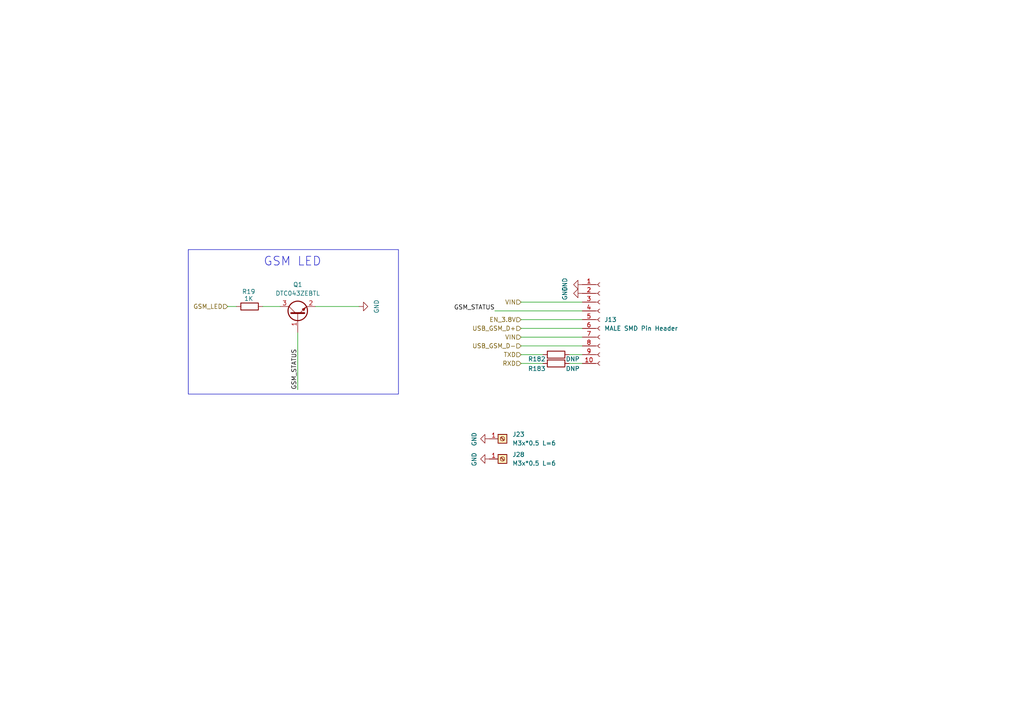
<source format=kicad_sch>
(kicad_sch (version 20231120) (generator "eeschema") (generator_version "8.0")
  (paper "A4")
  (title_block (company "SmartEQ Information Technologies"))
  (lib_symbols
    (symbol "Connector:Conn_01x10_Socket" (pin_names (offset 1.016) hide)
      (property "Reference" "J" (at 0 12.7 0))
      (property "Value" "Conn_01x10_Socket" (at 0 -15.24 0))
      (symbol "Conn_01x10_Socket_1_1"
        (arc (start 0 -12.192) (mid -0.5058 -12.7) (end 0 -13.208) (stroke (width 0.1524)))
        (arc (start 0 -9.652) (mid -0.5058 -10.16) (end 0 -10.668) (stroke (width 0.1524)))
        (arc (start 0 -7.112) (mid -0.5058 -7.62) (end 0 -8.128) (stroke (width 0.1524)))
        (arc (start 0 -4.572) (mid -0.5058 -5.08) (end 0 -5.588) (stroke (width 0.1524)))
        (arc (start 0 -2.032) (mid -0.5058 -2.54) (end 0 -3.048) (stroke (width 0.1524)))
        (polyline (pts (xy -1.27 -12.7) (xy -0.508 -12.7)) (stroke (width 0.1524)))
        (polyline (pts (xy -1.27 -10.16) (xy -0.508 -10.16)) (stroke (width 0.1524)))
        (polyline (pts (xy -1.27 -7.62) (xy -0.508 -7.62)) (stroke (width 0.1524)))
        (polyline (pts (xy -1.27 -5.08) (xy -0.508 -5.08)) (stroke (width 0.1524)))
        (polyline (pts (xy -1.27 -2.54) (xy -0.508 -2.54)) (stroke (width 0.1524)))
        (polyline (pts (xy -1.27 0) (xy -0.508 0)) (stroke (width 0.1524)))
        (polyline (pts (xy -1.27 2.54) (xy -0.508 2.54)) (stroke (width 0.1524)))
        (polyline (pts (xy -1.27 5.08) (xy -0.508 5.08)) (stroke (width 0.1524)))
        (polyline (pts (xy -1.27 7.62) (xy -0.508 7.62)) (stroke (width 0.1524)))
        (polyline (pts (xy -1.27 10.16) (xy -0.508 10.16)) (stroke (width 0.1524)))
        (arc (start 0 0.508) (mid -0.5058 0) (end 0 -0.508) (stroke (width 0.1524)))
        (arc (start 0 3.048) (mid -0.5058 2.54) (end 0 2.032) (stroke (width 0.1524)))
        (arc (start 0 5.588) (mid -0.5058 5.08) (end 0 4.572) (stroke (width 0.1524)))
        (arc (start 0 8.128) (mid -0.5058 7.62) (end 0 7.112) (stroke (width 0.1524)))
        (arc (start 0 10.668) (mid -0.5058 10.16) (end 0 9.652) (stroke (width 0.1524)))
        (pin passive line (at -5.08 10.16 0) (length 3.81) (name "Pin_1") (number "1"))
        (pin passive line (at -5.08 -12.7 0) (length 3.81) (name "Pin_10") (number "10"))
        (pin passive line (at -5.08 7.62 0) (length 3.81) (name "Pin_2") (number "2"))
        (pin passive line (at -5.08 5.08 0) (length 3.81) (name "Pin_3") (number "3"))
        (pin passive line (at -5.08 2.54 0) (length 3.81) (name "Pin_4") (number "4"))
        (pin passive line (at -5.08 0 0) (length 3.81) (name "Pin_5") (number "5"))
        (pin passive line (at -5.08 -2.54 0) (length 3.81) (name "Pin_6") (number "6"))
        (pin passive line (at -5.08 -5.08 0) (length 3.81) (name "Pin_7") (number "7"))
        (pin passive line (at -5.08 -7.62 0) (length 3.81) (name "Pin_8") (number "8"))
        (pin passive line (at -5.08 -10.16 0) (length 3.81) (name "Pin_9") (number "9"))
      )
    )
    (symbol "Connector:Screw_Terminal_01x01" (pin_names (offset 1.016) hide)
      (property "Reference" "J28" (at 2.8515 1.2701 0))
      (property "Value" "M3x*0.5 L=8" (at 2.8515 -1.2699 0))
      (symbol "Screw_Terminal_01x01_1_1"
        (rectangle (start -1.27 1.27) (end 1.27 -1.27) (stroke (width 0.254)) (fill (type background)))
        (polyline (pts (xy -0.5334 0.3302) (xy 0.3302 -0.508)) (stroke (width 0.1524)))
        (polyline (pts (xy -0.3556 0.508) (xy 0.508 -0.3302)) (stroke (width 0.1524)))
        (circle (center 0 0) (radius 0.635) (stroke (width 0.1524)))
        (pin input line (at -3.81 0 0) (length 2.54) (name "1") (number "1"))
      )
    )
    (symbol "Device:R" (pin_numbers hide) (pin_names (offset 0))
      (property "Reference" "R" (at 2.032 0 90))
      (property "Value" "R" (at 0 0 90))
      (symbol "R_0_1"
        (rectangle (start -1.016 -2.54) (end 1.016 2.54) (stroke (width 0.254)))
      )
      (symbol "R_1_1"
        (pin passive line (at 0 3.81 270) (length 1.27) (name "~") (number "1"))
        (pin passive line (at 0 -3.81 90) (length 1.27) (name "~") (number "2"))
      )
    )
    (symbol "Screw_Terminal_01x01_1" (pin_names (offset 1.016) hide)
      (property "Reference" "J23" (at 2.8515 1.2701 0))
      (property "Value" "M3x*0.5 L=8" (at 2.8515 -1.2699 0))
      (symbol "Screw_Terminal_01x01_1_1_1"
        (rectangle (start -1.27 1.27) (end 1.27 -1.27) (stroke (width 0.254)) (fill (type background)))
        (polyline (pts (xy -0.5334 0.3302) (xy 0.3302 -0.508)) (stroke (width 0.1524)))
        (polyline (pts (xy -0.3556 0.508) (xy 0.508 -0.3302)) (stroke (width 0.1524)))
        (circle (center 0 0) (radius 0.635) (stroke (width 0.1524)))
        (pin input line (at -3.81 0 0) (length 2.54) (name "1") (number "1"))
      )
    )
    (symbol "Transistor_BJT:2SC1945" (pin_names (offset 0) hide)
      (property "Reference" "Q" (at 5.08 1.905 0))
      (property "Value" "2SC1945" (at 5.08 0 0))
      (symbol "2SC1945_0_1"
        (polyline (pts (xy 0 0) (xy 0.635 0)))
        (polyline (pts (xy 2.54 2.54) (xy 0.635 0.635)))
        (polyline (pts (xy 0.635 1.905) (xy 0.635 -1.905) (xy 0.635 -1.905)) (stroke (width 0.508)))
        (polyline (pts (xy 2.286 -2.286) (xy 1.778 -1.778) (xy 1.778 -1.778)))
        (polyline (pts (xy 2.54 -2.54) (xy 0.635 -0.635) (xy 1.27 -1.27)) (fill (type outline)))
        (polyline (pts (xy 1.27 -1.778) (xy 1.778 -1.27) (xy 2.286 -2.286) (xy 1.27 -1.778) (xy 1.27 -1.778)) (fill (type outline)))
        (circle (center 1.27 0) (radius 2.8194) (stroke (width 0.3048)))
      )
      (symbol "2SC1945_1_1"
        (pin input line (at -5.08 0 0) (length 5.08) (name "B") (number "1"))
        (pin passive line (at 2.54 -5.08 90) (length 2.54) (name "E") (number "2"))
        (pin passive line (at 2.54 5.08 270) (length 2.54) (name "C") (number "3"))
      )
    )
    (symbol "power:GND" (power) (pin_names (offset 0))
      (property "Value" "GND" (at 0 -3.81 0))
      (symbol "GND_0_1"
        (polyline (pts (xy 0 0) (xy 0 -1.27) (xy 1.27 -1.27) (xy 0 -2.54) (xy -1.27 -1.27) (xy 0 -1.27)))
      )
      (symbol "GND_1_1"
        (pin power_in line (at 0 0 270) (length 0) hide (name "GND") (number "1"))
      )
    )
  )
  (wire (pts (xy 151.13 100.33) (xy 168.91 100.33)))
  (wire (pts (xy 91.44 88.9) (xy 104.14 88.9)))
  (wire (pts (xy 151.13 95.25) (xy 168.91 95.25)))
  (wire (pts (xy 165.1 102.87) (xy 168.91 102.87)))
  (wire (pts (xy 165.1 105.41) (xy 168.91 105.41)))
  (wire (pts (xy 151.13 87.63) (xy 168.91 87.63)))
  (wire (pts (xy 66.04 88.9) (xy 68.58 88.9)))
  (wire (pts (xy 151.13 105.41) (xy 157.48 105.41)))
  (wire (pts (xy 151.13 102.87) (xy 157.48 102.87)))
  (wire (pts (xy 86.36 113.03) (xy 86.36 96.52)))
  (wire (pts (xy 143.51 90.17) (xy 168.91 90.17)))
  (wire (pts (xy 76.2 88.9) (xy 81.28 88.9)))
  (wire (pts (xy 151.13 97.79) (xy 168.91 97.79)))
  (wire (pts (xy 151.13 92.71) (xy 168.91 92.71)))
  (rectangle (start 54.61 72.39) (end 115.57 114.3))
  (text "GSM LED" (at 84.836 75.946 0) (effects (font (size 2.54 2.54))))
  (label "GSM_STATUS" (at 143.51 90.17 180))
  (label "GSM_STATUS" (at 86.36 113.03 90))
  (hierarchical_label "USB_GSM_D+" (shape input) (at 151.13 95.25 180))
  (hierarchical_label "USB_GSM_D-" (shape input) (at 151.13 100.33 180))
  (hierarchical_label "TXD" (shape input) (at 151.13 102.87 180))
  (hierarchical_label "VIN" (shape input) (at 151.13 97.79 180))
  (hierarchical_label "RXD" (shape input) (at 151.13 105.41 180))
  (hierarchical_label "EN_3.8V" (shape input) (at 151.13 92.71 180))
  (hierarchical_label "VIN" (shape input) (at 151.13 87.63 180))
  (hierarchical_label "GSM_LED" (shape input) (at 66.04 88.9 180))
  (symbol (lib_id "power:GND") (at 168.91 85.09 270) (unit 1)
    (property "Reference" "#PWR074" (effects (hide yes)))
    (property "Value" "GND" (at 163.83 85.09 0))
  )
  (symbol (lib_id "power:GND") (at 141.9285 127.2668 270) (unit 1)
    (property "Reference" "#PWR0252" (effects (hide yes)))
    (property "Value" "GND" (at 137.5343 127.3938 0))
  )
  (symbol (lib_id "power:GND") (at 141.9285 133.117 270) (unit 1)
    (property "Reference" "#PWR0251" (effects (hide yes)))
    (property "Value" "GND" (at 137.5343 133.244 0))
  )
  (symbol (lib_id "power:GND") (at 104.14 88.9 90) (unit 1)
    (property "Reference" "#PWR067" (effects (hide yes)))
    (property "Value" "GND" (at 109.22 88.9 0))
  )
  (symbol (lib_id "power:GND") (at 168.91 82.55 270) (unit 1)
    (property "Reference" "#PWR05" (effects (hide yes)))
    (property "Value" "GND" (at 163.83 82.55 0))
  )
  (symbol (lib_id "Connector:Screw_Terminal_01x01") (at 145.7385 133.117 0) (unit 1)
    (property "Reference" "J28" (at 148.59 131.8469 0) (effects (justify left)))
    (property "Value" "M3x*0.5 L=6" (at 148.59 134.3869 0) (effects (justify left)))
    (property "Footprint" "Footprint:Screw Terminal Shinbo" (effects (hide yes)))
    (property "Description" "Board mounting elevator    M3 hole size, 4 pins PCB-64-M3" (effects (hide yes)))
    (property "MPN" "SMTSO-M3-6ET" (effects (hide yes)))
  )
  (symbol (lib_id "Connector:Conn_01x10_Socket") (at 173.99 92.71 0) (unit 1)
    (property "Reference" "J13" (at 175.26 92.7099 0) (effects (justify left)))
    (property "Value" "MALE SMD Pin Header" (at 175.26 95.2499 0) (effects (justify left)))
    (property "Footprint" "Connector_PinSocket_2.00mm:PinSocket_2x05_P2.00mm_Vertical_SMD" (effects (hide yes)))
    (property "Description" "Generic connector, single row, 01x10, script generated" (effects (hide yes)))
    (property "MPN" "2.0mm 2*5p 贴片排针" (effects (hide yes)))
  )
  (symbol (lib_id "Device:R") (at 161.29 102.87 270) (unit 1)
    (property "Reference" "R182" (at 155.702 104.14 90))
    (property "Value" "DNP" (at 166.116 104.14 90))
    (property "Footprint" "Resistor_SMD:R_0603_1608Metric" (effects (hide yes)))
  )
  (symbol (lib_id "Device:R") (at 161.29 105.41 270) (unit 1)
    (property "Reference" "R183" (at 155.702 106.934 90))
    (property "Value" "DNP" (at 166.116 106.934 90))
    (property "Footprint" "Resistor_SMD:R_0603_1608Metric" (effects (hide yes)))
  )
  (symbol (lib_name "Screw_Terminal_01x01_1") (lib_id "Connector:Screw_Terminal_01x01") (at 145.7385 127.2668 0) (unit 1)
    (property "Reference" "J23" (at 148.59 125.9967 0) (effects (justify left)))
    (property "Value" "M3x*0.5 L=6		" (at 148.59 128.5367 0) (effects (justify left)))
    (property "Footprint" "Footprint:Screw Terminal Shinbo" (effects (hide yes)))
    (property "Description" "Board mounting elevator    M3 hole size, 4 pins PCB-64-M3" (effects (hide yes)))
    (property "MPN" "SMTSO-M3-6ET" (effects (hide yes)))
  )
  (symbol (lib_id "Device:R") (at 72.39 88.9 270) (unit 1)
    (property "Reference" "R19" (at 72.136 84.582 90))
    (property "Value" "1K" (at 72.136 86.614 90))
    (property "Footprint" "Resistor_SMD:R_0603_1608Metric" (effects (hide yes)))
  )
  (symbol (lib_id "Transistor_BJT:2SC1945") (at 86.36 91.44 90) (unit 1)
    (property "Reference" "Q1" (at 86.36 82.55 90))
    (property "Value" "DTC043ZEBTL" (at 86.36 85.09 90))
    (property "Footprint" "Package_TO_SOT_SMD:SOT-416" (effects (hide yes)))
    (property "MPN" "DTC043ZEBTL" (effects (hide yes)))
  )
)
</source>
